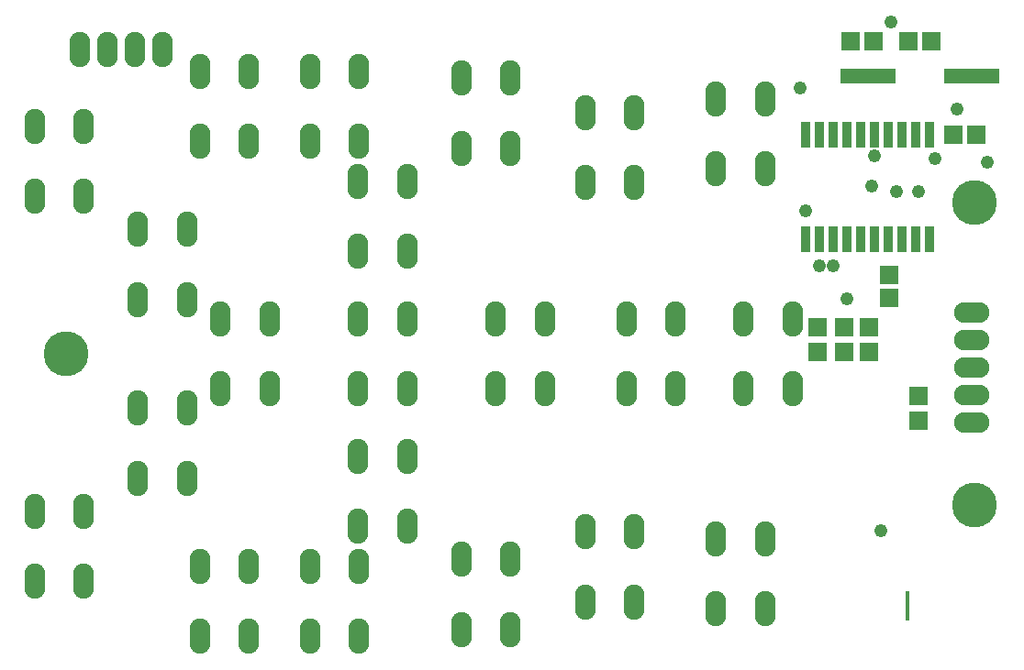
<source format=gts>
%FSTAX24Y24*%
%MOIN*%
G70*
G01*
G75*
G04 Layer_Color=8388736*
%ADD10R,0.0050X0.1000*%
%ADD11R,0.0500X0.0500*%
%ADD12R,0.0500X0.0500*%
%ADD13R,0.1969X0.0480*%
%ADD14R,0.0240X0.0870*%
%ADD15R,0.0240X0.0870*%
%ADD16C,0.0240*%
%ADD17C,0.0200*%
%ADD18C,0.0160*%
%ADD19C,0.0120*%
%ADD20O,0.0679X0.1200*%
%ADD21O,0.1200X0.0679*%
%ADD22C,0.1550*%
%ADD23C,0.0400*%
%ADD24C,0.0060*%
%ADD25C,0.0050*%
%ADD26C,0.0020*%
%ADD27C,0.0100*%
%ADD28C,0.0034*%
%ADD29R,0.0130X0.1080*%
%ADD30R,0.0660X0.0660*%
%ADD31R,0.0660X0.0660*%
%ADD32R,0.2049X0.0560*%
%ADD33R,0.0320X0.0950*%
%ADD34R,0.0320X0.0950*%
%ADD35O,0.0759X0.1280*%
%ADD36O,0.1280X0.0759*%
%ADD37C,0.1630*%
%ADD38C,0.0480*%
D29*
X042809Y013349D02*
D03*
D30*
X04215Y02537D02*
D03*
Y02453D02*
D03*
X03955Y02255D02*
D03*
Y02345D02*
D03*
X0405Y02255D02*
D03*
Y02345D02*
D03*
X0414D02*
D03*
Y02255D02*
D03*
X0432Y02095D02*
D03*
Y02005D02*
D03*
D31*
X04448Y03045D02*
D03*
X04532D02*
D03*
X04367Y03385D02*
D03*
X04283D02*
D03*
X04073D02*
D03*
X04157D02*
D03*
D32*
X041365Y0326D02*
D03*
X045135D02*
D03*
D33*
X0431Y03045D02*
D03*
X0426D02*
D03*
X0391D02*
D03*
X0396D02*
D03*
X0401D02*
D03*
X0406D02*
D03*
X0411D02*
D03*
X0416D02*
D03*
X0421D02*
D03*
X0436Y02665D02*
D03*
X0431D02*
D03*
X0426D02*
D03*
X0421D02*
D03*
X0416D02*
D03*
X0411D02*
D03*
X0406D02*
D03*
X0401D02*
D03*
X0396D02*
D03*
X0391D02*
D03*
D34*
X0436Y03045D02*
D03*
D35*
X01275Y03355D02*
D03*
X01375D02*
D03*
X01475D02*
D03*
X01575D02*
D03*
X01111Y02822D02*
D03*
X01289D02*
D03*
X01111Y03078D02*
D03*
X01289D02*
D03*
X01111Y01422D02*
D03*
X01289D02*
D03*
X01111Y01678D02*
D03*
X01289D02*
D03*
X03586Y02922D02*
D03*
X03764D02*
D03*
X03586Y03178D02*
D03*
X03764D02*
D03*
X03686Y02122D02*
D03*
X03864D02*
D03*
X03686Y02378D02*
D03*
X03864D02*
D03*
X03586Y01322D02*
D03*
X03764D02*
D03*
X03586Y01578D02*
D03*
X03764D02*
D03*
X03111Y02872D02*
D03*
X03289D02*
D03*
X03111Y03128D02*
D03*
X03289D02*
D03*
X02661Y02997D02*
D03*
X02839D02*
D03*
X02661Y03253D02*
D03*
X02839D02*
D03*
X03111Y01347D02*
D03*
X03289D02*
D03*
X03111Y01603D02*
D03*
X03289D02*
D03*
X03261Y02122D02*
D03*
X03439D02*
D03*
X03261Y02378D02*
D03*
X03439D02*
D03*
X02786Y02122D02*
D03*
X02964D02*
D03*
X02786Y02378D02*
D03*
X02964D02*
D03*
X02661Y01247D02*
D03*
X02839D02*
D03*
X02661Y01503D02*
D03*
X02839D02*
D03*
X02111Y03022D02*
D03*
X02289D02*
D03*
X02111Y03278D02*
D03*
X02289D02*
D03*
X02286Y02622D02*
D03*
X02464D02*
D03*
X02286Y02878D02*
D03*
X02464D02*
D03*
X02286Y02122D02*
D03*
X02464D02*
D03*
X02286Y02378D02*
D03*
X02464D02*
D03*
X02286Y01622D02*
D03*
X02464D02*
D03*
X02286Y01878D02*
D03*
X02464D02*
D03*
X02111Y01222D02*
D03*
X02289D02*
D03*
X02111Y01478D02*
D03*
X02289D02*
D03*
X01711Y03022D02*
D03*
X01889D02*
D03*
X01711Y03278D02*
D03*
X01889D02*
D03*
X01786Y02122D02*
D03*
X01964D02*
D03*
X01786Y02378D02*
D03*
X01964D02*
D03*
X01711Y01222D02*
D03*
X01889D02*
D03*
X01711Y01478D02*
D03*
X01889D02*
D03*
X01486Y02447D02*
D03*
X01664D02*
D03*
X01486Y02703D02*
D03*
X01664D02*
D03*
X01486Y01797D02*
D03*
X01664D02*
D03*
X01486Y02053D02*
D03*
X01664D02*
D03*
D36*
X04515Y02D02*
D03*
Y021D02*
D03*
Y022D02*
D03*
Y023D02*
D03*
Y024D02*
D03*
D37*
X04525Y017D02*
D03*
Y028D02*
D03*
X01225Y0225D02*
D03*
D38*
X0446Y0314D02*
D03*
X0457Y02945D02*
D03*
X0422Y03455D02*
D03*
X0438Y0296D02*
D03*
X0432Y0284D02*
D03*
X0424D02*
D03*
X0415Y0286D02*
D03*
X04185Y01605D02*
D03*
X0416Y0297D02*
D03*
X0389Y03215D02*
D03*
X0406Y0245D02*
D03*
X0391Y0277D02*
D03*
X0396Y0257D02*
D03*
X0401D02*
D03*
M02*

</source>
